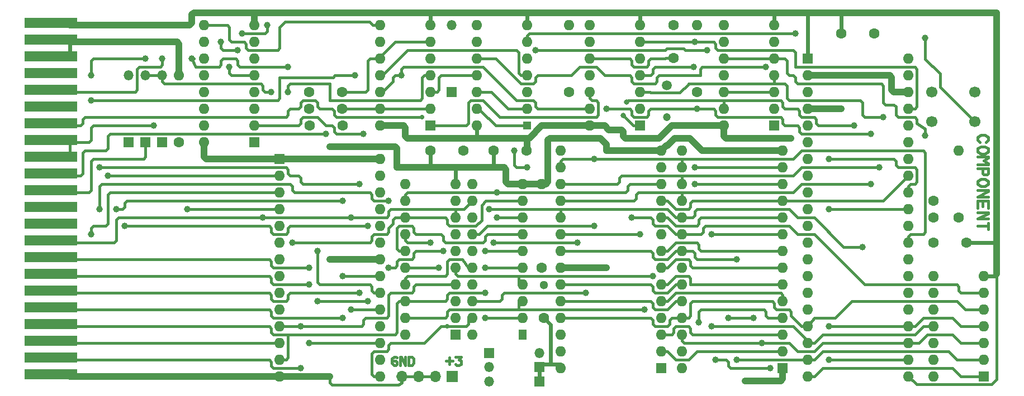
<source format=gbr>
G04 #@! TF.GenerationSoftware,KiCad,Pcbnew,5.1.4+dfsg1-1*
G04 #@! TF.CreationDate,2020-01-26T20:04:24+01:00*
G04 #@! TF.ProjectId,finalchesscard_lvr_draft1,66696e61-6c63-4686-9573-73636172645f,1.1.K1*
G04 #@! TF.SameCoordinates,Original*
G04 #@! TF.FileFunction,Copper,L1,Top*
G04 #@! TF.FilePolarity,Positive*
%FSLAX46Y46*%
G04 Gerber Fmt 4.6, Leading zero omitted, Abs format (unit mm)*
G04 Created by KiCad (PCBNEW 5.1.4+dfsg1-1) date 2020-01-26 20:04:24*
%MOMM*%
%LPD*%
G04 APERTURE LIST*
%ADD10O,1.600000X1.600000*%
%ADD11R,1.600000X1.600000*%
%ADD12C,1.600000*%
%ADD13R,8.000000X1.500000*%
%ADD14R,1.200000X1.200000*%
%ADD15R,1.300000X1.600000*%
%ADD16C,1.200000*%
%ADD17C,1.500000*%
%ADD18R,1.700000X1.700000*%
%ADD19O,1.700000X1.700000*%
%ADD20C,1.300000*%
%ADD21R,1.500000X1.500000*%
%ADD22O,1.500000X1.500000*%
%ADD23C,1.700000*%
%ADD24C,1.000000*%
%ADD25C,0.700000*%
%ADD26C,0.800000*%
%ADD27C,0.400000*%
%ADD28C,1.000000*%
%ADD29C,0.630000*%
G04 APERTURE END LIST*
D10*
X179578000Y-124460000D03*
X164338000Y-157480000D03*
X179578000Y-127000000D03*
X164338000Y-154940000D03*
X179578000Y-129540000D03*
X164338000Y-152400000D03*
X179578000Y-132080000D03*
X164338000Y-149860000D03*
X179578000Y-134620000D03*
X164338000Y-147320000D03*
X179578000Y-137160000D03*
X164338000Y-144780000D03*
X179578000Y-139700000D03*
X164338000Y-142240000D03*
X179578000Y-142240000D03*
X164338000Y-139700000D03*
X179578000Y-144780000D03*
X164338000Y-137160000D03*
X179578000Y-147320000D03*
X164338000Y-134620000D03*
X179578000Y-149860000D03*
X164338000Y-132080000D03*
X179578000Y-152400000D03*
X164338000Y-129540000D03*
X179578000Y-154940000D03*
X164338000Y-127000000D03*
X179578000Y-157480000D03*
D11*
X164338000Y-124460000D03*
D12*
X204025500Y-140970000D03*
D10*
X204025500Y-128270000D03*
D13*
X129668000Y-157160000D03*
X129668000Y-154620000D03*
X129668000Y-152080000D03*
X129668000Y-149540000D03*
X129668000Y-147000000D03*
X129668000Y-144460000D03*
X129668000Y-141920000D03*
X129668000Y-139380000D03*
X129668000Y-136840000D03*
X129668000Y-134300000D03*
X129668000Y-131760000D03*
X129668000Y-129220000D03*
X129668000Y-126680000D03*
X129668000Y-124140000D03*
X129668000Y-121600000D03*
X129668000Y-119060000D03*
X129668000Y-116520000D03*
X129668000Y-113980000D03*
X129668000Y-111440000D03*
X129668000Y-108900000D03*
X129668000Y-106360000D03*
X129668000Y-103820000D03*
D10*
X152908000Y-121920000D03*
X160528000Y-104140000D03*
X152908000Y-119380000D03*
X160528000Y-106680000D03*
X152908000Y-116840000D03*
X160528000Y-109220000D03*
X152908000Y-114300000D03*
X160528000Y-111760000D03*
X152908000Y-111760000D03*
X160528000Y-114300000D03*
X152908000Y-109220000D03*
X160528000Y-116840000D03*
X152908000Y-106680000D03*
X160528000Y-119380000D03*
X152908000Y-104140000D03*
D11*
X160528000Y-121920000D03*
X187198000Y-119380000D03*
D10*
X179578000Y-104140000D03*
X187198000Y-116840000D03*
X179578000Y-106680000D03*
X187198000Y-114300000D03*
X179578000Y-109220000D03*
X187198000Y-111760000D03*
X179578000Y-111760000D03*
X187198000Y-109220000D03*
X179578000Y-114300000D03*
X187198000Y-106680000D03*
X179578000Y-116840000D03*
X187198000Y-104140000D03*
X179578000Y-119380000D03*
D11*
X191008000Y-151130000D03*
D10*
X183388000Y-128270000D03*
X191008000Y-148590000D03*
X183388000Y-130810000D03*
X191008000Y-146050000D03*
X183388000Y-133350000D03*
X191008000Y-143510000D03*
X183388000Y-135890000D03*
X191008000Y-140970000D03*
X183388000Y-138430000D03*
X191008000Y-138430000D03*
X183388000Y-140970000D03*
X191008000Y-135890000D03*
X183388000Y-143510000D03*
X191008000Y-133350000D03*
X183388000Y-146050000D03*
X191008000Y-130810000D03*
X183388000Y-148590000D03*
X191008000Y-128270000D03*
X183388000Y-151130000D03*
X194183000Y-119380000D03*
X201803000Y-104140000D03*
X194183000Y-116840000D03*
X201803000Y-106680000D03*
X194183000Y-114300000D03*
X201803000Y-109220000D03*
X194183000Y-111760000D03*
X201803000Y-111760000D03*
X194183000Y-109220000D03*
X201803000Y-114300000D03*
X194183000Y-106680000D03*
X201803000Y-116840000D03*
X194183000Y-104140000D03*
D14*
X201803000Y-119380000D03*
D10*
X193548000Y-151130000D03*
X201168000Y-128270000D03*
X193548000Y-148590000D03*
X201168000Y-130810000D03*
X193548000Y-146050000D03*
X201168000Y-133350000D03*
X193548000Y-143510000D03*
X201168000Y-135890000D03*
X193548000Y-140970000D03*
X201168000Y-138430000D03*
X193548000Y-138430000D03*
X201168000Y-140970000D03*
X193548000Y-135890000D03*
X201168000Y-143510000D03*
X193548000Y-133350000D03*
X201168000Y-146050000D03*
X193548000Y-130810000D03*
X201168000Y-148590000D03*
X193548000Y-128270000D03*
D15*
X201168000Y-151130000D03*
D10*
X211328000Y-119380000D03*
X218948000Y-104140000D03*
X211328000Y-116840000D03*
X218948000Y-106680000D03*
X211328000Y-114300000D03*
X218948000Y-109220000D03*
X211328000Y-111760000D03*
X218948000Y-111760000D03*
X211328000Y-109220000D03*
X218948000Y-114300000D03*
X211328000Y-106680000D03*
X218948000Y-116840000D03*
X211328000Y-104140000D03*
D11*
X218948000Y-119380000D03*
X239268000Y-119380000D03*
D10*
X231648000Y-104140000D03*
X239268000Y-116840000D03*
X231648000Y-106680000D03*
X239268000Y-114300000D03*
X231648000Y-109220000D03*
X239268000Y-111760000D03*
X231648000Y-111760000D03*
X239268000Y-109220000D03*
X231648000Y-114300000D03*
X239268000Y-106680000D03*
X231648000Y-116840000D03*
X239268000Y-104140000D03*
X231648000Y-119380000D03*
D11*
X244348000Y-109220000D03*
D10*
X259588000Y-157480000D03*
X244348000Y-111760000D03*
X259588000Y-154940000D03*
X244348000Y-114300000D03*
X259588000Y-152400000D03*
X244348000Y-116840000D03*
X259588000Y-149860000D03*
X244348000Y-119380000D03*
X259588000Y-147320000D03*
X244348000Y-121920000D03*
X259588000Y-144780000D03*
X244348000Y-124460000D03*
X259588000Y-142240000D03*
X244348000Y-127000000D03*
X259588000Y-139700000D03*
X244348000Y-129540000D03*
X259588000Y-137160000D03*
X244348000Y-132080000D03*
X259588000Y-134620000D03*
X244348000Y-134620000D03*
X259588000Y-132080000D03*
X244348000Y-137160000D03*
X259588000Y-129540000D03*
X244348000Y-139700000D03*
X259588000Y-127000000D03*
X244348000Y-142240000D03*
X259588000Y-124460000D03*
X244348000Y-144780000D03*
X259588000Y-121920000D03*
X244348000Y-147320000D03*
X259588000Y-119380000D03*
X244348000Y-149860000D03*
X259588000Y-116840000D03*
X244348000Y-152400000D03*
X259588000Y-114300000D03*
X244348000Y-154940000D03*
X259588000Y-111760000D03*
X244348000Y-157480000D03*
X259588000Y-109220000D03*
D12*
X149098000Y-121920000D03*
D10*
X149098000Y-111760000D03*
D12*
X267208000Y-133350000D03*
D10*
X267208000Y-123190000D03*
D12*
X208153000Y-114300000D03*
D10*
X208153000Y-104140000D03*
D12*
X227584000Y-114300000D03*
D10*
X227584000Y-104140000D03*
D16*
X223012000Y-118110000D03*
D17*
X223012000Y-113230000D03*
D11*
X222123000Y-156210000D03*
D10*
X206883000Y-123190000D03*
X222123000Y-153670000D03*
X206883000Y-125730000D03*
X222123000Y-151130000D03*
X206883000Y-128270000D03*
X222123000Y-148590000D03*
X206883000Y-130810000D03*
X222123000Y-146050000D03*
X206883000Y-133350000D03*
X222123000Y-143510000D03*
X206883000Y-135890000D03*
X222123000Y-140970000D03*
X206883000Y-138430000D03*
X222123000Y-138430000D03*
X206883000Y-140970000D03*
X222123000Y-135890000D03*
X206883000Y-143510000D03*
X222123000Y-133350000D03*
X206883000Y-146050000D03*
X222123000Y-130810000D03*
X206883000Y-148590000D03*
X222123000Y-128270000D03*
X206883000Y-151130000D03*
X222123000Y-125730000D03*
X206883000Y-153670000D03*
X222123000Y-123190000D03*
X206883000Y-156210000D03*
D11*
X271018000Y-157480000D03*
D10*
X263398000Y-142240000D03*
X271018000Y-154940000D03*
X263398000Y-144780000D03*
X271018000Y-152400000D03*
X263398000Y-147320000D03*
X271018000Y-149860000D03*
X263398000Y-149860000D03*
X271018000Y-147320000D03*
X263398000Y-152400000D03*
X271018000Y-144780000D03*
X263398000Y-154940000D03*
X271018000Y-142240000D03*
X263398000Y-157480000D03*
D18*
X190500000Y-157480000D03*
D19*
X187960000Y-157480000D03*
X185420000Y-157480000D03*
X182880000Y-157480000D03*
D12*
X224028000Y-104140000D03*
X224028000Y-109140000D03*
D11*
X240538000Y-156210000D03*
D10*
X225298000Y-123190000D03*
X240538000Y-153670000D03*
X225298000Y-125730000D03*
X240538000Y-151130000D03*
X225298000Y-128270000D03*
X240538000Y-148590000D03*
X225298000Y-130810000D03*
X240538000Y-146050000D03*
X225298000Y-133350000D03*
X240538000Y-143510000D03*
X225298000Y-135890000D03*
X240538000Y-140970000D03*
X225298000Y-138430000D03*
X240538000Y-138430000D03*
X225298000Y-140970000D03*
X240538000Y-135890000D03*
X225298000Y-143510000D03*
X240538000Y-133350000D03*
X225298000Y-146050000D03*
X240538000Y-130810000D03*
X225298000Y-148590000D03*
X240538000Y-128270000D03*
X225298000Y-151130000D03*
X240538000Y-125730000D03*
X225298000Y-153670000D03*
X240538000Y-123190000D03*
X225298000Y-156210000D03*
D12*
X263398000Y-130810000D03*
X263398000Y-133310000D03*
X204343000Y-148590000D03*
D20*
X204343000Y-143590000D03*
D21*
X203708000Y-158242000D03*
D22*
X196088000Y-158242000D03*
X196088000Y-156019500D03*
D21*
X203708000Y-156019500D03*
X196088000Y-153924000D03*
D22*
X203708000Y-153924000D03*
X141478000Y-111760000D03*
D21*
X141478000Y-121920000D03*
X144018000Y-121920000D03*
D22*
X144018000Y-111760000D03*
X146558000Y-111760000D03*
D21*
X146558000Y-121920000D03*
X190373000Y-114300000D03*
D22*
X190373000Y-104140000D03*
D12*
X168910000Y-119380000D03*
X173910000Y-119380000D03*
X201723000Y-123190000D03*
X196723000Y-123190000D03*
X254428000Y-105410000D03*
X249428000Y-105410000D03*
X268398000Y-137160000D03*
X263398000Y-137160000D03*
X168783000Y-114300000D03*
X173783000Y-114300000D03*
X173783000Y-116840000D03*
X168783000Y-116840000D03*
X187198000Y-123190000D03*
X192198000Y-123190000D03*
D23*
X269644000Y-118800000D03*
X263144000Y-118800000D03*
X269644000Y-114300000D03*
X263144000Y-114300000D03*
D24*
X135763000Y-104140000D03*
X171958000Y-122555000D03*
X171958000Y-139700000D03*
X171958000Y-157480000D03*
X213868000Y-123190000D03*
X213868000Y-140970000D03*
X135763000Y-157480000D03*
X150368000Y-132080000D03*
X135763000Y-135890000D03*
X140843000Y-134620000D03*
X177673000Y-134620000D03*
X137033000Y-132080000D03*
X180848000Y-130810000D03*
X139573000Y-132080000D03*
X173863000Y-130810000D03*
X173863000Y-142240000D03*
X137033000Y-125730000D03*
X176403000Y-128270000D03*
X138303000Y-127000000D03*
X135763000Y-115570000D03*
X175768000Y-111760000D03*
X167513000Y-149860000D03*
X167513000Y-156210000D03*
X195453000Y-140970000D03*
X166243000Y-137160000D03*
X195453000Y-148590000D03*
X195453000Y-144780000D03*
X173863000Y-148590000D03*
D25*
X189738000Y-149860000D03*
D24*
X176403000Y-144780000D03*
X180848000Y-140970000D03*
X189103000Y-138430000D03*
X168783000Y-143510000D03*
X168783000Y-152400000D03*
X168783000Y-140970000D03*
X177673000Y-146050000D03*
X170053000Y-146050000D03*
X187198000Y-137160000D03*
X195453000Y-138430000D03*
X161798000Y-133350000D03*
X175133000Y-133350000D03*
X175133000Y-147320000D03*
X171323000Y-120650000D03*
X156718000Y-110490000D03*
X145288000Y-119380000D03*
D25*
X185928000Y-118110000D03*
D24*
X146558000Y-109220000D03*
X182753000Y-111760000D03*
X151003000Y-109220000D03*
X165608000Y-110490000D03*
X234823000Y-158115000D03*
X173863000Y-124460000D03*
X185293000Y-121285000D03*
X234823000Y-121285000D03*
X254508000Y-111760000D03*
X249428000Y-116840000D03*
X241808000Y-121285000D03*
X155448000Y-106680000D03*
X157988000Y-107950000D03*
X177038000Y-120650000D03*
X165608000Y-114300000D03*
X199898000Y-123190000D03*
X201803000Y-125730000D03*
X203073000Y-107950000D03*
X229108000Y-107950000D03*
X210693000Y-144780000D03*
X213868000Y-116840000D03*
X253873000Y-120650000D03*
X227584000Y-116840000D03*
X247523000Y-124460000D03*
X227203000Y-128270000D03*
X197231000Y-129540000D03*
X197231000Y-133350000D03*
X220853000Y-142240000D03*
X253873000Y-128270000D03*
X211963000Y-124460000D03*
X211963000Y-134620000D03*
X188468000Y-140970000D03*
X209423000Y-137160000D03*
X255143000Y-125730000D03*
X196723000Y-137160000D03*
X252603000Y-137795000D03*
X196088000Y-132080000D03*
X247523000Y-132080000D03*
X227203000Y-125730000D03*
X219583000Y-147320000D03*
X242443000Y-105410000D03*
X237998000Y-110490000D03*
X227203000Y-106680000D03*
X227076000Y-110490000D03*
X255778000Y-118110000D03*
X217678000Y-133350000D03*
X251333000Y-119380000D03*
D26*
X216916000Y-115824000D03*
X216408000Y-117856000D03*
D24*
X247523000Y-149860000D03*
X230378000Y-154940000D03*
X238633000Y-156210000D03*
X247523000Y-154940000D03*
X227838000Y-149225000D03*
X218948000Y-135890000D03*
X233553000Y-154940000D03*
X233553000Y-139700000D03*
X229743000Y-135890000D03*
X236093000Y-148590000D03*
X232283000Y-148590000D03*
X229743000Y-149860000D03*
X237363000Y-152400000D03*
X262128000Y-120904000D03*
X262128000Y-106045000D03*
X144018000Y-109220000D03*
X135763000Y-111760000D03*
X158623000Y-105410000D03*
X162433000Y-104140000D03*
X170053000Y-138430000D03*
X163068000Y-114300000D03*
D27*
X270065500Y-132556200D02*
X271653000Y-132556200D01*
X271653000Y-132556200D02*
X271653000Y-132715000D01*
X271653000Y-132715000D02*
X270065500Y-133508800D01*
X270065500Y-133508800D02*
X271653000Y-133508800D01*
X182118000Y-154622500D02*
X181959200Y-154463800D01*
X181959200Y-154463800D02*
X181641800Y-154463800D01*
X181641800Y-154463800D02*
X181324200Y-154781200D01*
X181324200Y-154781200D02*
X181324200Y-155416200D01*
X181324200Y-155416200D02*
X181641800Y-155733800D01*
X181641800Y-155733800D02*
X181959200Y-155733800D01*
X181959200Y-155733800D02*
X182118000Y-155575000D01*
X182118000Y-155575000D02*
X182118000Y-155257500D01*
X182118000Y-155257500D02*
X181959200Y-155098800D01*
X181959200Y-155098800D02*
X181641800Y-155098800D01*
X182594200Y-155733800D02*
X182594200Y-154463800D01*
X182594200Y-154463800D02*
X182753000Y-154463800D01*
X182753000Y-154463800D02*
X183388000Y-155733800D01*
X183388000Y-155733800D02*
X183388000Y-154463800D01*
X183864200Y-154463800D02*
X183864200Y-155733800D01*
X183864200Y-155733800D02*
X184340500Y-155733800D01*
X184340500Y-155733800D02*
X184658000Y-155416200D01*
X184658000Y-155416200D02*
X184658000Y-154781200D01*
X184658000Y-154781200D02*
X184340500Y-154463800D01*
X184340500Y-154463800D02*
X183864200Y-154463800D01*
X189579200Y-155098800D02*
X190531800Y-155098800D01*
X190055500Y-154622500D02*
X190055500Y-155575000D01*
X191008000Y-154463800D02*
X191801800Y-154463800D01*
X191801800Y-154463800D02*
X191484200Y-154940000D01*
X191484200Y-154940000D02*
X191801800Y-155098800D01*
X191801800Y-155098800D02*
X191801800Y-155575000D01*
X191801800Y-155575000D02*
X191484200Y-155733800D01*
X191484200Y-155733800D02*
X191166800Y-155733800D01*
X191166800Y-155733800D02*
X191008000Y-155575000D01*
X270383000Y-121920000D02*
X270065500Y-121602500D01*
X270065500Y-121602500D02*
X270065500Y-121126200D01*
X270065500Y-121126200D02*
X270541800Y-120808800D01*
X270541800Y-120808800D02*
X271176800Y-120808800D01*
X271176800Y-120808800D02*
X271653000Y-121126200D01*
X271653000Y-121126200D02*
X271653000Y-121602500D01*
X271653000Y-121602500D02*
X271335500Y-121920000D01*
X270065500Y-124142500D02*
X271653000Y-124142500D01*
X271653000Y-124142500D02*
X271653000Y-124301200D01*
X271653000Y-124301200D02*
X271005200Y-124670000D01*
X271005200Y-124670000D02*
X271653000Y-125095000D01*
X271653000Y-125095000D02*
X271653000Y-125253800D01*
X271653000Y-125253800D02*
X270065500Y-125253800D01*
X270541800Y-122555000D02*
X271176800Y-122555000D01*
X271176800Y-122555000D02*
X271653000Y-122872500D01*
X271653000Y-122872500D02*
X271653000Y-123348800D01*
X271653000Y-123348800D02*
X271176800Y-123666200D01*
X271176800Y-123666200D02*
X270541800Y-123666200D01*
X270541800Y-123666200D02*
X270065500Y-123348800D01*
X270065500Y-123348800D02*
X270065500Y-122872500D01*
X270065500Y-122872500D02*
X270541800Y-122555000D01*
X270065500Y-125888800D02*
X271653000Y-125888800D01*
X271653000Y-125888800D02*
X271653000Y-126682500D01*
X271653000Y-126682500D02*
X271494200Y-126841200D01*
X271494200Y-126841200D02*
X271018000Y-126841200D01*
X271018000Y-126841200D02*
X270859200Y-126682500D01*
X270859200Y-126682500D02*
X270859200Y-126047500D01*
X270541800Y-127476200D02*
X271176800Y-127476200D01*
X271176800Y-127476200D02*
X271653000Y-127793800D01*
X271653000Y-127793800D02*
X271653000Y-128270000D01*
X271653000Y-128270000D02*
X271176800Y-128587500D01*
X271176800Y-128587500D02*
X270541800Y-128587500D01*
X270541800Y-128587500D02*
X270065500Y-128270000D01*
X270065500Y-128270000D02*
X270065500Y-127793800D01*
X270065500Y-127793800D02*
X270541800Y-127476200D01*
X270065500Y-129222500D02*
X271653000Y-129222500D01*
X271653000Y-129222500D02*
X271653000Y-129381200D01*
X271653000Y-129381200D02*
X270065500Y-130175000D01*
X270065500Y-130175000D02*
X271653000Y-130175000D01*
X270065500Y-131921200D02*
X270065500Y-130810000D01*
X270065500Y-130810000D02*
X270859200Y-130810000D01*
X270859200Y-130810000D02*
X270859200Y-131603800D01*
X270859200Y-131603800D02*
X270859200Y-130810000D01*
X270859200Y-130810000D02*
X271653000Y-130810000D01*
X271653000Y-130810000D02*
X271653000Y-131921200D01*
X271653000Y-135096200D02*
X271653000Y-134143800D01*
X271653000Y-134143800D02*
X271653000Y-134620000D01*
X271653000Y-134620000D02*
X270065500Y-134620000D01*
D28*
X132588000Y-104140000D02*
X150685500Y-104140000D01*
X151320500Y-102235000D02*
X160528000Y-102235000D01*
X151003000Y-102552500D02*
X151320500Y-102235000D01*
X151003000Y-103822500D02*
X151003000Y-102552500D01*
X150685500Y-104140000D02*
X151003000Y-103822500D01*
X160528000Y-102235000D02*
X160528000Y-104140000D01*
X160528000Y-102235000D02*
X187198000Y-102235000D01*
D29*
X187198000Y-102235000D02*
X187198000Y-104140000D01*
D28*
X187198000Y-102235000D02*
X201803000Y-102235000D01*
D29*
X201803000Y-102235000D02*
X201803000Y-104140000D01*
D28*
X201803000Y-102235000D02*
X218948000Y-102235000D01*
D29*
X218948000Y-102235000D02*
X218948000Y-104140000D01*
D28*
X218948000Y-102235000D02*
X231648000Y-102235000D01*
X231648000Y-102235000D02*
X239268000Y-102235000D01*
D29*
X239268000Y-102235000D02*
X239268000Y-104140000D01*
D28*
X239268000Y-102235000D02*
X244348000Y-102235000D01*
D29*
X244348000Y-102235000D02*
X244348000Y-109220000D01*
D28*
X244348000Y-102235000D02*
X249428000Y-102235000D01*
D29*
X249428000Y-102235000D02*
X249428000Y-105410000D01*
D28*
X249428000Y-102235000D02*
X272923000Y-102235000D01*
X272923000Y-102235000D02*
X272923000Y-137160000D01*
D29*
X272923000Y-137160000D02*
X268478000Y-137160000D01*
D28*
X272923000Y-137160000D02*
X272923000Y-141922500D01*
D29*
X272923000Y-141922500D02*
X272605500Y-142240000D01*
X272605500Y-142240000D02*
X271018000Y-142240000D01*
D28*
X171958000Y-122555000D02*
X181800500Y-122555000D01*
X181800500Y-122555000D02*
X182118000Y-122872500D01*
X182118000Y-122872500D02*
X182118000Y-125730000D01*
D29*
X191008000Y-125730000D02*
X191008000Y-128270000D01*
D28*
X191008000Y-125730000D02*
X198310500Y-125730000D01*
X198310500Y-125730000D02*
X198628000Y-126047500D01*
X198628000Y-126047500D02*
X198628000Y-127952500D01*
X198628000Y-127952500D02*
X198945500Y-128270000D01*
X198945500Y-128270000D02*
X204660500Y-128270000D01*
X204660500Y-128270000D02*
X204978000Y-127952500D01*
X204978000Y-127952500D02*
X204978000Y-121602500D01*
X204978000Y-121602500D02*
X205295500Y-121285000D01*
X205295500Y-121285000D02*
X212915500Y-121285000D01*
X212915500Y-121285000D02*
X213868000Y-122237500D01*
X213868000Y-122237500D02*
X213868000Y-123190000D01*
X213868000Y-123190000D02*
X222123000Y-123190000D01*
X206883000Y-140970000D02*
X213868000Y-140970000D01*
D29*
X196723000Y-125730000D02*
X196723000Y-123190000D01*
D27*
X201803000Y-116840000D02*
X198945500Y-116840000D01*
X198945500Y-116840000D02*
X196405500Y-114300000D01*
X196405500Y-114300000D02*
X194183000Y-114300000D01*
D28*
X179578000Y-139700000D02*
X171958000Y-139700000D01*
X132588000Y-157480000D02*
X171958000Y-157480000D01*
D29*
X187198000Y-123190000D02*
X187198000Y-125730000D01*
D28*
X182118000Y-125730000D02*
X187198000Y-125730000D01*
X187198000Y-125730000D02*
X191008000Y-125730000D01*
D27*
X172275500Y-158750000D02*
X171958000Y-158432500D01*
X171958000Y-158432500D02*
X171958000Y-157480000D01*
X182372000Y-158750000D02*
X172275500Y-158750000D01*
X182880000Y-157480000D02*
X182880000Y-158432500D01*
X182880000Y-158432500D02*
X182372000Y-158750000D01*
X187960000Y-157480000D02*
X182880000Y-157480000D01*
D28*
X239406630Y-123190000D02*
X240538000Y-123190000D01*
X228346000Y-123190000D02*
X239406630Y-123190000D01*
X222922999Y-122390001D02*
X223049999Y-122390001D01*
X223049999Y-122390001D02*
X224155000Y-121285000D01*
X222123000Y-123190000D02*
X222922999Y-122390001D01*
X224155000Y-121285000D02*
X226441000Y-121285000D01*
X226441000Y-121285000D02*
X228346000Y-123190000D01*
D27*
X272923000Y-157895002D02*
X272923000Y-141922500D01*
X272138001Y-158680001D02*
X272923000Y-157895002D01*
X260788001Y-158680001D02*
X272138001Y-158680001D01*
X259588000Y-157480000D02*
X260788001Y-158680001D01*
X164338000Y-132080000D02*
X150368000Y-132080000D01*
X164338000Y-129540000D02*
X138620500Y-129540000D01*
X138620500Y-129540000D02*
X138303000Y-129857500D01*
X138303000Y-129857500D02*
X138303000Y-134302500D01*
X138303000Y-134302500D02*
X137985500Y-134620000D01*
X137985500Y-134620000D02*
X136080500Y-134620000D01*
X136080500Y-134620000D02*
X135763000Y-134937500D01*
X135763000Y-134937500D02*
X135763000Y-135890000D01*
X177673000Y-134620000D02*
X165925500Y-134620000D01*
X165925500Y-134620000D02*
X165608000Y-134937500D01*
X165608000Y-134937500D02*
X165608000Y-135572500D01*
X165608000Y-135572500D02*
X165290500Y-135890000D01*
X165290500Y-135890000D02*
X163385500Y-135890000D01*
X163385500Y-135890000D02*
X163068000Y-135572500D01*
X163068000Y-135572500D02*
X163068000Y-134937500D01*
X163068000Y-134937500D02*
X162750500Y-134620000D01*
X162750500Y-134620000D02*
X140843000Y-134620000D01*
X137033000Y-132080000D02*
X137033000Y-128587500D01*
X137033000Y-128587500D02*
X137350500Y-128270000D01*
X137350500Y-128270000D02*
X165925500Y-128270000D01*
X165925500Y-128270000D02*
X166243000Y-128587500D01*
X166243000Y-128587500D02*
X166243000Y-129222500D01*
X166243000Y-129222500D02*
X166560500Y-129540000D01*
X166560500Y-129540000D02*
X177990500Y-129540000D01*
X177990500Y-129540000D02*
X178308000Y-129857500D01*
X178308000Y-129857500D02*
X178308000Y-130492500D01*
X178308000Y-130492500D02*
X178625500Y-130810000D01*
X178625500Y-130810000D02*
X180848000Y-130810000D01*
X139573000Y-132080000D02*
X140525500Y-132080000D01*
X140525500Y-132080000D02*
X140843000Y-131762500D01*
X140843000Y-131762500D02*
X140843000Y-131127500D01*
X140843000Y-131127500D02*
X141160500Y-130810000D01*
X141160500Y-130810000D02*
X173863000Y-130810000D01*
X179578000Y-142240000D02*
X173863000Y-142240000D01*
X176403000Y-128270000D02*
X167830500Y-128270000D01*
X167830500Y-128270000D02*
X167513000Y-127952500D01*
X167513000Y-127952500D02*
X167513000Y-127317500D01*
X167513000Y-127317500D02*
X167195500Y-127000000D01*
X167195500Y-127000000D02*
X165925500Y-127000000D01*
X165925500Y-127000000D02*
X165608000Y-126682500D01*
X165608000Y-126682500D02*
X165608000Y-126047500D01*
X165608000Y-126047500D02*
X165290500Y-125730000D01*
X165290500Y-125730000D02*
X137033000Y-125730000D01*
X164338000Y-127000000D02*
X138303000Y-127000000D01*
X164338000Y-115252500D02*
X164020500Y-115570000D01*
X164338000Y-112077500D02*
X164338000Y-115252500D01*
X164020500Y-115570000D02*
X135763000Y-115570000D01*
X175768000Y-111760000D02*
X172720000Y-111760000D01*
X172402500Y-112077500D02*
X172720000Y-111760000D01*
X164338000Y-112077500D02*
X172402500Y-112077500D01*
X200533000Y-140970000D02*
X195453000Y-140970000D01*
X164338000Y-149860000D02*
X176720500Y-149860000D01*
X176720500Y-149860000D02*
X177038000Y-149542500D01*
X177038000Y-149542500D02*
X177038000Y-148907500D01*
X177038000Y-148907500D02*
X177355500Y-148590000D01*
X177355500Y-148590000D02*
X180530500Y-148590000D01*
X180530500Y-148590000D02*
X180848000Y-148272500D01*
X180848000Y-148272500D02*
X180848000Y-145097500D01*
X180848000Y-145097500D02*
X181165500Y-144780000D01*
X181165500Y-144780000D02*
X184340500Y-144780000D01*
X184340500Y-144780000D02*
X184658000Y-144462500D01*
X184658000Y-144462500D02*
X184658000Y-143827500D01*
X184658000Y-143827500D02*
X184975500Y-143510000D01*
X184975500Y-143510000D02*
X191008000Y-143510000D01*
X167513000Y-156210000D02*
X163385500Y-156210000D01*
X163385500Y-156210000D02*
X163068000Y-155892500D01*
X163068000Y-155892500D02*
X163068000Y-155257500D01*
X163068000Y-155257500D02*
X162750500Y-154940000D01*
X162750500Y-154940000D02*
X132588000Y-154940000D01*
X166243000Y-137160000D02*
X177990500Y-137160000D01*
X177990500Y-137160000D02*
X178308000Y-136842500D01*
X178308000Y-136842500D02*
X178308000Y-136207500D01*
X178308000Y-136207500D02*
X178625500Y-135890000D01*
X178625500Y-135890000D02*
X180530500Y-135890000D01*
X180530500Y-135890000D02*
X180848000Y-135572500D01*
X180848000Y-135572500D02*
X180848000Y-134937500D01*
X180848000Y-134937500D02*
X181483000Y-134302500D01*
X181483000Y-134302500D02*
X181483000Y-133667500D01*
X181483000Y-133667500D02*
X181800500Y-133350000D01*
X181800500Y-133350000D02*
X189420500Y-133350000D01*
X189420500Y-133350000D02*
X189738000Y-133667500D01*
X189738000Y-133667500D02*
X189738000Y-134302500D01*
X189738000Y-134302500D02*
X190055500Y-134620000D01*
X132588000Y-152400000D02*
X164338000Y-152400000D01*
X194054002Y-134620000D02*
X194945000Y-133729002D01*
X190055500Y-134620000D02*
X194054002Y-134620000D01*
X194945000Y-133729002D02*
X194945000Y-131445000D01*
X195580000Y-130810000D02*
X201168000Y-130810000D01*
X194945000Y-131445000D02*
X195580000Y-130810000D01*
X195453000Y-144780000D02*
X190055500Y-144780000D01*
X190055500Y-144780000D02*
X189738000Y-145097500D01*
X189738000Y-145097500D02*
X189738000Y-145732500D01*
X189738000Y-145732500D02*
X189420500Y-146050000D01*
X189420500Y-146050000D02*
X183388000Y-146050000D01*
X183388000Y-146050000D02*
X182435500Y-146050000D01*
X182435500Y-146050000D02*
X182118000Y-146367500D01*
X182118000Y-146367500D02*
X182118000Y-150812500D01*
X182118000Y-150812500D02*
X181800500Y-151130000D01*
X181800500Y-151130000D02*
X163385500Y-151130000D01*
X163385500Y-151130000D02*
X163068000Y-150812500D01*
X163068000Y-150812500D02*
X163068000Y-150177500D01*
X163068000Y-150177500D02*
X162750500Y-149860000D01*
X162750500Y-149860000D02*
X132588000Y-149860000D01*
X164338000Y-154940000D02*
X165290500Y-154940000D01*
X165290500Y-154940000D02*
X165608000Y-154622500D01*
X165608000Y-154622500D02*
X165608000Y-151130000D01*
X200533000Y-148590000D02*
X195453000Y-148590000D01*
X132588000Y-147320000D02*
X162750500Y-147320000D01*
X162750500Y-147320000D02*
X163068000Y-147637500D01*
X163068000Y-147637500D02*
X163068000Y-148272500D01*
X163068000Y-148272500D02*
X163385500Y-148590000D01*
X163385500Y-148590000D02*
X173863000Y-148590000D01*
X179578000Y-157480000D02*
X178625500Y-157480000D01*
X178625500Y-157480000D02*
X178308000Y-157162500D01*
X178308000Y-157162500D02*
X178308000Y-153987500D01*
X178308000Y-153987500D02*
X178625500Y-153670000D01*
X178625500Y-153670000D02*
X180530500Y-153670000D01*
X180530500Y-153670000D02*
X180848000Y-153352500D01*
X180848000Y-153352500D02*
X180848000Y-152717500D01*
X180848000Y-152717500D02*
X181165500Y-152400000D01*
X181165500Y-152400000D02*
X186245500Y-152400000D01*
X186245500Y-152400000D02*
X188785500Y-149860000D01*
X188785500Y-149860000D02*
X192595500Y-149860000D01*
X192595500Y-149860000D02*
X192913000Y-149542500D01*
X192913000Y-149542500D02*
X192913000Y-148590000D01*
X189103000Y-138430000D02*
X184975500Y-138430000D01*
X184975500Y-138430000D02*
X184658000Y-138747500D01*
X184658000Y-138747500D02*
X184658000Y-139382500D01*
X184658000Y-139382500D02*
X184340500Y-139700000D01*
X184340500Y-139700000D02*
X182435500Y-139700000D01*
X182435500Y-139700000D02*
X182118000Y-140017500D01*
X182118000Y-140017500D02*
X182118000Y-140652500D01*
X182118000Y-140652500D02*
X181800500Y-140970000D01*
X181800500Y-140970000D02*
X180848000Y-140970000D01*
X176403000Y-144780000D02*
X165925500Y-144780000D01*
X165925500Y-144780000D02*
X165608000Y-145097500D01*
X165608000Y-145097500D02*
X165608000Y-145732500D01*
X165608000Y-145732500D02*
X165290500Y-146050000D01*
X165290500Y-146050000D02*
X163385500Y-146050000D01*
X163385500Y-146050000D02*
X163068000Y-145732500D01*
X163068000Y-145732500D02*
X163068000Y-145097500D01*
X163068000Y-145097500D02*
X162750500Y-144780000D01*
X162750500Y-144780000D02*
X132588000Y-144780000D01*
X192913000Y-140970000D02*
X191960500Y-139700000D01*
X191960500Y-139700000D02*
X190055500Y-139700000D01*
X190055500Y-139700000D02*
X189738000Y-140017500D01*
X189738000Y-140017500D02*
X189738000Y-141922500D01*
X189738000Y-141922500D02*
X189420500Y-142240000D01*
X189420500Y-142240000D02*
X183705500Y-142240000D01*
X183705500Y-142240000D02*
X183388000Y-142557500D01*
X183388000Y-142557500D02*
X183388000Y-143510000D01*
X132588000Y-142240000D02*
X162750500Y-142240000D01*
X162750500Y-142240000D02*
X163068000Y-142557500D01*
X163068000Y-142557500D02*
X163068000Y-143192500D01*
X163068000Y-143192500D02*
X163385500Y-143510000D01*
X163385500Y-143510000D02*
X168783000Y-143510000D01*
X168783000Y-152400000D02*
X179578000Y-152400000D01*
X187198000Y-137160000D02*
X183705500Y-137160000D01*
X183705500Y-137160000D02*
X183388000Y-136842500D01*
X183388000Y-136842500D02*
X183388000Y-135890000D01*
X168783000Y-140970000D02*
X163385500Y-140970000D01*
X163385500Y-140970000D02*
X163068000Y-140652500D01*
X163068000Y-140652500D02*
X163068000Y-140017500D01*
X163068000Y-140017500D02*
X162750500Y-139700000D01*
X162750500Y-139700000D02*
X132588000Y-139700000D01*
X177673000Y-146050000D02*
X170053000Y-146050000D01*
X200533000Y-138430000D02*
X195453000Y-138430000D01*
X179578000Y-147320000D02*
X175133000Y-147320000D01*
X191008000Y-132080000D02*
X191008000Y-133350000D01*
X181165500Y-132080000D02*
X191008000Y-132080000D01*
X180848000Y-132397500D02*
X181165500Y-132080000D01*
X180848000Y-133032500D02*
X180848000Y-132397500D01*
X180530500Y-133350000D02*
X180848000Y-133032500D01*
X139255500Y-137160000D02*
X139573000Y-136842500D01*
X139890500Y-133350000D02*
X180530500Y-133350000D01*
X132588000Y-137160000D02*
X139255500Y-137160000D01*
X139573000Y-136842500D02*
X139573000Y-133667500D01*
X139573000Y-133667500D02*
X139890500Y-133350000D01*
X192278000Y-132080000D02*
X193548000Y-130810000D01*
X191008000Y-132080000D02*
X192278000Y-132080000D01*
X132588000Y-127000000D02*
X134175500Y-127000000D01*
X134175500Y-127000000D02*
X134493000Y-126682500D01*
X134493000Y-126682500D02*
X134493000Y-123507500D01*
X134493000Y-123507500D02*
X134810500Y-123190000D01*
X134810500Y-123190000D02*
X137985500Y-123190000D01*
X137985500Y-123190000D02*
X138303000Y-122872500D01*
X138303000Y-122872500D02*
X138303000Y-120967500D01*
X138303000Y-120967500D02*
X138620500Y-120650000D01*
X138620500Y-120650000D02*
X171323000Y-120650000D01*
X187198000Y-116840000D02*
X173863000Y-116840000D01*
X160528000Y-111760000D02*
X157035500Y-111760000D01*
X157035500Y-111760000D02*
X156718000Y-111442500D01*
X156718000Y-111442500D02*
X156718000Y-110490000D01*
X145288000Y-119380000D02*
X136080500Y-119380000D01*
X136080500Y-119380000D02*
X135763000Y-119697500D01*
X135763000Y-119697500D02*
X135763000Y-121602500D01*
X135763000Y-121602500D02*
X135445500Y-121920000D01*
X135445500Y-121920000D02*
X132588000Y-121920000D01*
X132588000Y-123825000D02*
X132588000Y-121920000D01*
X132588000Y-119380000D02*
X134175500Y-119380000D01*
X134175500Y-119380000D02*
X134493000Y-119062500D01*
X134493000Y-119062500D02*
X134493000Y-118427500D01*
X134493000Y-118427500D02*
X134810500Y-118110000D01*
X134810500Y-118110000D02*
X165290500Y-118110000D01*
X165290500Y-118110000D02*
X165608000Y-117792500D01*
X165608000Y-117792500D02*
X165608000Y-117157500D01*
X165608000Y-117157500D02*
X165925500Y-116840000D01*
X165925500Y-116840000D02*
X167195500Y-116840000D01*
X167195500Y-116840000D02*
X167513000Y-116522500D01*
X167513000Y-116522500D02*
X167513000Y-115887500D01*
X167513000Y-115887500D02*
X167830500Y-115570000D01*
X167830500Y-115570000D02*
X169735500Y-115570000D01*
X169735500Y-115570000D02*
X170053000Y-115887500D01*
X170053000Y-115887500D02*
X170053000Y-116522500D01*
X170053000Y-116522500D02*
X170370500Y-116840000D01*
X170370500Y-116840000D02*
X172275500Y-116840000D01*
X172275500Y-116840000D02*
X172593000Y-117157500D01*
X172593000Y-117157500D02*
X172593000Y-117792500D01*
X172593000Y-117792500D02*
X172910500Y-118110000D01*
X172910500Y-118110000D02*
X185928000Y-118110000D01*
X146558000Y-109220000D02*
X146558000Y-110172500D01*
X146558000Y-110172500D02*
X146240500Y-110490000D01*
X146240500Y-110490000D02*
X143065500Y-110490000D01*
X143065500Y-110490000D02*
X142748000Y-110807500D01*
X142748000Y-110807500D02*
X142748000Y-113982500D01*
X142748000Y-113982500D02*
X142430500Y-114300000D01*
X142430500Y-114300000D02*
X132588000Y-114300000D01*
X211328000Y-116840000D02*
X203390500Y-116840000D01*
X203390500Y-116840000D02*
X203073000Y-116522500D01*
X203073000Y-116522500D02*
X203073000Y-115887500D01*
X203073000Y-115887500D02*
X202755500Y-115570000D01*
X202755500Y-115570000D02*
X200215500Y-115570000D01*
X200215500Y-115570000D02*
X195135500Y-110490000D01*
X195135500Y-110490000D02*
X183070500Y-110490000D01*
X183070500Y-110490000D02*
X182753000Y-110807500D01*
X182753000Y-110807500D02*
X182753000Y-111760000D01*
X182753000Y-111760000D02*
X181800500Y-111760000D01*
X181800500Y-111760000D02*
X181483000Y-112077500D01*
X181483000Y-112077500D02*
X181483000Y-112712500D01*
X181483000Y-112712500D02*
X179895500Y-114300000D01*
X179895500Y-114300000D02*
X179578000Y-114300000D01*
X151003000Y-109220000D02*
X151320500Y-109220000D01*
X151638000Y-110490000D02*
X151003000Y-109220000D01*
X155448000Y-109537500D02*
X155448000Y-110172500D01*
X165608000Y-110490000D02*
X158305500Y-110490000D01*
X155130500Y-110490000D02*
X151638000Y-110490000D01*
X157988000Y-110172500D02*
X157988000Y-109537500D01*
X157988000Y-109537500D02*
X157670500Y-109220000D01*
X155448000Y-110172500D02*
X155130500Y-110490000D01*
X157670500Y-109220000D02*
X155765500Y-109220000D01*
X158305500Y-110490000D02*
X157988000Y-110172500D01*
X155765500Y-109220000D02*
X155448000Y-109537500D01*
D28*
X241808000Y-121285000D02*
X231965500Y-121285000D01*
X231965500Y-121285000D02*
X231648000Y-120967500D01*
X231648000Y-120967500D02*
X231648000Y-119380000D01*
X132588000Y-106680000D02*
X148780500Y-106680000D01*
X149098000Y-106997500D02*
X149098000Y-111760000D01*
X148780500Y-106680000D02*
X149098000Y-106997500D01*
X231648000Y-119380000D02*
X223710500Y-119380000D01*
X202120500Y-121285000D02*
X201803000Y-121285000D01*
X204025500Y-119380000D02*
X202120500Y-121285000D01*
X213550500Y-119380000D02*
X204025500Y-119380000D01*
X214185500Y-120015000D02*
X213550500Y-119380000D01*
X216090500Y-120015000D02*
X214185500Y-120015000D01*
X216408000Y-120332500D02*
X216090500Y-120015000D01*
X216408000Y-120967500D02*
X216408000Y-120332500D01*
X216725500Y-121285000D02*
X216408000Y-120967500D01*
X221805500Y-121285000D02*
X216725500Y-121285000D01*
X223710500Y-119380000D02*
X221805500Y-121285000D01*
X201803000Y-121285000D02*
X201803000Y-123190000D01*
X201803000Y-121285000D02*
X194183000Y-121285000D01*
D29*
X194183000Y-121285000D02*
X194183000Y-119380000D01*
D28*
X194183000Y-121285000D02*
X183705500Y-121285000D01*
X183070500Y-119380000D02*
X179578000Y-119380000D01*
X183388000Y-119697500D02*
X183070500Y-119380000D01*
X183388000Y-120967500D02*
X183388000Y-119697500D01*
X183705500Y-121285000D02*
X183388000Y-120967500D01*
X179578000Y-124460000D02*
X153225500Y-124460000D01*
X152908000Y-124142500D02*
X152908000Y-121920000D01*
X153225500Y-124460000D02*
X152908000Y-124142500D01*
X259588000Y-114300000D02*
X257365500Y-114300000D01*
X257365500Y-114300000D02*
X257048000Y-113982500D01*
X257048000Y-113982500D02*
X257048000Y-112077500D01*
X257048000Y-112077500D02*
X256730500Y-111760000D01*
X256730500Y-111760000D02*
X244348000Y-111760000D01*
X234823000Y-158115000D02*
X240220500Y-158115000D01*
X240220500Y-158115000D02*
X240538000Y-157797500D01*
X240538000Y-157797500D02*
X240538000Y-156210000D01*
X244348000Y-116840000D02*
X249428000Y-116840000D01*
D29*
X132588000Y-106680000D02*
X132588000Y-109220000D01*
D27*
X157988000Y-107950000D02*
X155765500Y-107950000D01*
X155765500Y-107950000D02*
X155448000Y-107632500D01*
X155448000Y-107632500D02*
X155448000Y-106680000D01*
X201803000Y-119380000D02*
X197040500Y-119380000D01*
X197040500Y-119380000D02*
X194818000Y-117157500D01*
X194818000Y-117157500D02*
X194183000Y-116840000D01*
X152908000Y-104140000D02*
X156400500Y-104140000D01*
X156400500Y-104140000D02*
X156718000Y-104457500D01*
X156718000Y-104457500D02*
X156718000Y-106362500D01*
X156718000Y-106362500D02*
X157035500Y-106680000D01*
X157035500Y-106680000D02*
X158940500Y-106680000D01*
X158940500Y-106680000D02*
X159258000Y-106997500D01*
X159258000Y-106997500D02*
X159258000Y-107632500D01*
X159258000Y-107632500D02*
X159575500Y-107950000D01*
X159575500Y-107950000D02*
X164020500Y-107950000D01*
X164020500Y-107950000D02*
X164338000Y-107632500D01*
X164338000Y-107632500D02*
X164338000Y-104457500D01*
X178446630Y-104140000D02*
X177938630Y-103632000D01*
X179578000Y-104140000D02*
X178446630Y-104140000D01*
X165163500Y-103632000D02*
X164338000Y-104457500D01*
X177938630Y-103632000D02*
X165163500Y-103632000D01*
X167195500Y-119380000D02*
X160528000Y-119380000D01*
X167513000Y-119062500D02*
X167195500Y-119380000D01*
X167513000Y-118427500D02*
X167513000Y-119062500D01*
X167830500Y-118110000D02*
X167513000Y-118427500D01*
X177038000Y-120650000D02*
X172910500Y-120650000D01*
X172910500Y-120650000D02*
X172593000Y-120332500D01*
X170053000Y-118110000D02*
X167830500Y-118110000D01*
X172593000Y-119697500D02*
X172275500Y-119380000D01*
X171323000Y-119380000D02*
X170053000Y-118110000D01*
X172593000Y-120332500D02*
X172593000Y-119697500D01*
X172275500Y-119380000D02*
X171323000Y-119380000D01*
X185928000Y-112077500D02*
X186245500Y-111760000D01*
X185610500Y-115570000D02*
X185928000Y-115252500D01*
X186245500Y-111760000D02*
X187198000Y-111760000D01*
X165608000Y-113347500D02*
X165925500Y-113030000D01*
X185928000Y-115252500D02*
X185928000Y-112077500D01*
X165608000Y-114300000D02*
X165608000Y-113347500D01*
X165925500Y-113030000D02*
X171958000Y-113030000D01*
X171958000Y-113030000D02*
X171958000Y-115570000D01*
X171958000Y-115570000D02*
X185610500Y-115570000D01*
X187198000Y-119380000D02*
X192595500Y-119380000D01*
X192595500Y-119380000D02*
X192913000Y-119062500D01*
X192913000Y-119062500D02*
X192913000Y-115887500D01*
X192913000Y-115887500D02*
X193230500Y-115570000D01*
X193230500Y-115570000D02*
X195135500Y-115570000D01*
X195135500Y-115570000D02*
X197675500Y-118110000D01*
X197675500Y-118110000D02*
X212280500Y-118110000D01*
X212280500Y-118110000D02*
X212598000Y-117792500D01*
X212598000Y-117792500D02*
X212598000Y-115887500D01*
X212598000Y-115887500D02*
X212280500Y-115570000D01*
X212280500Y-115570000D02*
X211645500Y-115570000D01*
X211645500Y-115570000D02*
X211328000Y-115252500D01*
X211328000Y-115252500D02*
X211328000Y-114300000D01*
X194183000Y-111760000D02*
X188785500Y-111760000D01*
X188785500Y-111760000D02*
X188468000Y-112077500D01*
X188468000Y-112077500D02*
X188468000Y-113982500D01*
X188468000Y-113982500D02*
X188150500Y-114300000D01*
X188150500Y-114300000D02*
X187198000Y-114300000D01*
X201803000Y-125730000D02*
X200215500Y-125730000D01*
X200215500Y-125730000D02*
X199898000Y-125412500D01*
X199898000Y-125412500D02*
X199898000Y-123190000D01*
X187198000Y-106680000D02*
X181800500Y-106680000D01*
X181800500Y-106680000D02*
X179895500Y-108585000D01*
X179895500Y-108585000D02*
X179578000Y-109220000D01*
X179578000Y-109220000D02*
X177990500Y-109220000D01*
X177990500Y-109220000D02*
X177673000Y-109537500D01*
X177673000Y-109537500D02*
X177673000Y-113982500D01*
X177673000Y-113982500D02*
X177355500Y-114300000D01*
X177355500Y-114300000D02*
X173863000Y-114300000D01*
X179578000Y-111760000D02*
X180213000Y-111442500D01*
X180213000Y-111442500D02*
X183705500Y-107950000D01*
X183705500Y-107950000D02*
X200215500Y-107950000D01*
X200215500Y-107950000D02*
X200533000Y-108267500D01*
X200533000Y-108267500D02*
X200533000Y-111442500D01*
X200533000Y-111442500D02*
X200850500Y-111760000D01*
X200850500Y-111760000D02*
X201803000Y-111760000D01*
X229108000Y-107950000D02*
X225806000Y-107950000D01*
X225806000Y-107950000D02*
X225552000Y-107696000D01*
X223012000Y-107696000D02*
X222758000Y-107950000D01*
X225552000Y-107696000D02*
X223012000Y-107696000D01*
X222758000Y-107950000D02*
X203073000Y-107950000D01*
X210693000Y-144780000D02*
X198310500Y-144780000D01*
X198310500Y-144780000D02*
X197993000Y-145097500D01*
X197993000Y-145097500D02*
X197993000Y-145732500D01*
X197993000Y-145732500D02*
X197675500Y-146050000D01*
X197675500Y-146050000D02*
X192913000Y-146050000D01*
X253873000Y-120650000D02*
X243395500Y-120650000D01*
X243395500Y-120650000D02*
X243078000Y-120332500D01*
X243078000Y-120332500D02*
X243078000Y-119697500D01*
X243078000Y-119697500D02*
X242760500Y-119380000D01*
X242760500Y-119380000D02*
X240855500Y-119380000D01*
X240855500Y-119380000D02*
X240538000Y-119062500D01*
X240538000Y-119062500D02*
X240538000Y-118427500D01*
X240538000Y-118427500D02*
X240220500Y-118110000D01*
X240220500Y-118110000D02*
X230695500Y-118110000D01*
X230695500Y-118110000D02*
X230378000Y-117792500D01*
X230378000Y-117792500D02*
X230378000Y-117157500D01*
X230378000Y-117157500D02*
X230060500Y-116840000D01*
X230060500Y-116840000D02*
X220535500Y-116840000D01*
X220535500Y-116840000D02*
X220218000Y-117157500D01*
X220218000Y-117157500D02*
X220218000Y-117792500D01*
X220218000Y-117792500D02*
X219900500Y-118110000D01*
X219900500Y-118110000D02*
X217995500Y-118110000D01*
X217995500Y-118110000D02*
X217678000Y-117792500D01*
X217678000Y-117792500D02*
X217678000Y-117157500D01*
X217678000Y-117157500D02*
X217360500Y-116840000D01*
X217360500Y-116840000D02*
X213868000Y-116840000D01*
X183388000Y-129857500D02*
X183705500Y-129540000D01*
X183705500Y-129540000D02*
X216725500Y-129540000D01*
X216725500Y-129540000D02*
X217043000Y-129222500D01*
X217043000Y-129222500D02*
X217043000Y-128587500D01*
X217043000Y-128587500D02*
X217360500Y-128270000D01*
X217360500Y-128270000D02*
X222123000Y-128270000D01*
X247523000Y-124460000D02*
X257365500Y-124460000D01*
X257365500Y-124460000D02*
X257683000Y-124777500D01*
X257683000Y-124777500D02*
X257683000Y-125412500D01*
X257683000Y-125412500D02*
X258000500Y-125730000D01*
X258000500Y-125730000D02*
X260540500Y-125730000D01*
X260540500Y-125730000D02*
X260858000Y-126047500D01*
X260858000Y-126047500D02*
X260858000Y-127952500D01*
X260858000Y-127952500D02*
X260540500Y-128270000D01*
X260540500Y-128270000D02*
X259905500Y-128270000D01*
X259905500Y-128270000D02*
X259588000Y-128587500D01*
X259588000Y-128587500D02*
X259588000Y-129540000D01*
X240538000Y-128270000D02*
X227203000Y-128270000D01*
X183388000Y-130810000D02*
X183388000Y-129857500D01*
X200533000Y-133350000D02*
X197231000Y-133350000D01*
X259588000Y-127000000D02*
X255778000Y-130810000D01*
X255778000Y-130810000D02*
X226885500Y-130810000D01*
X226885500Y-130810000D02*
X226568000Y-131127500D01*
X226568000Y-131127500D02*
X226568000Y-131762500D01*
X226568000Y-131762500D02*
X226250500Y-132080000D01*
X226250500Y-132080000D02*
X224345500Y-132080000D01*
X224345500Y-132080000D02*
X223075500Y-130810000D01*
X223075500Y-130810000D02*
X222123000Y-130810000D01*
X191008000Y-140970000D02*
X191008000Y-141922500D01*
X191008000Y-141922500D02*
X191325500Y-142240000D01*
X191325500Y-142240000D02*
X220853000Y-142240000D01*
X200533000Y-143510000D02*
X200533000Y-142240000D01*
X253873000Y-128270000D02*
X243395500Y-128270000D01*
X243395500Y-128270000D02*
X242125500Y-129540000D01*
X242125500Y-129540000D02*
X218630500Y-129540000D01*
X218630500Y-129540000D02*
X218313000Y-129857500D01*
X218313000Y-129857500D02*
X218313000Y-130492500D01*
X218313000Y-130492500D02*
X217995500Y-130810000D01*
X217995500Y-130810000D02*
X206883000Y-130810000D01*
X225298000Y-129540000D02*
X225298000Y-130810000D01*
X200533000Y-135890000D02*
X195770500Y-135890000D01*
X195770500Y-135890000D02*
X195453000Y-136207500D01*
X195453000Y-136207500D02*
X195453000Y-136842500D01*
X195453000Y-136842500D02*
X195135500Y-137160000D01*
X195135500Y-137160000D02*
X189420500Y-137160000D01*
X189420500Y-137160000D02*
X189103000Y-136842500D01*
X189103000Y-136842500D02*
X189103000Y-136207500D01*
X189103000Y-136207500D02*
X188785500Y-135890000D01*
X188785500Y-135890000D02*
X184975500Y-135890000D01*
X184975500Y-135890000D02*
X184658000Y-135572500D01*
X184658000Y-135572500D02*
X184658000Y-134937500D01*
X184658000Y-134937500D02*
X184340500Y-134620000D01*
X184340500Y-134620000D02*
X182435500Y-134620000D01*
X182435500Y-134620000D02*
X182118000Y-134937500D01*
X182118000Y-134937500D02*
X182118000Y-138112500D01*
X182118000Y-138112500D02*
X182435500Y-138430000D01*
X182435500Y-138430000D02*
X183388000Y-138430000D01*
X225298000Y-124460000D02*
X225298000Y-125730000D01*
X206883000Y-125730000D02*
X206883000Y-124777500D01*
X206883000Y-124777500D02*
X207200500Y-124460000D01*
X207200500Y-124460000D02*
X242125500Y-124460000D01*
X242125500Y-124460000D02*
X243395500Y-123190000D01*
X243395500Y-123190000D02*
X261810500Y-123190000D01*
X261810500Y-123190000D02*
X262128000Y-123507500D01*
X262128000Y-123507500D02*
X262128000Y-135572500D01*
X262128000Y-135572500D02*
X261810500Y-135890000D01*
X261810500Y-135890000D02*
X259905500Y-135890000D01*
X259905500Y-135890000D02*
X259588000Y-136207500D01*
X259588000Y-136207500D02*
X259588000Y-137160000D01*
X211963000Y-134620000D02*
X195770500Y-134620000D01*
X195770500Y-134620000D02*
X194500500Y-135890000D01*
X194500500Y-135890000D02*
X192913000Y-135890000D01*
X207518000Y-128270000D02*
X215455500Y-128270000D01*
X215455500Y-128270000D02*
X215773000Y-127952500D01*
X215773000Y-127952500D02*
X215773000Y-127317500D01*
X215773000Y-127317500D02*
X216090500Y-127000000D01*
X216090500Y-127000000D02*
X225298000Y-127000000D01*
X225298000Y-127000000D02*
X225298000Y-128270000D01*
X225298000Y-127000000D02*
X242125500Y-127000000D01*
X242125500Y-127000000D02*
X243395500Y-125730000D01*
X243395500Y-125730000D02*
X255143000Y-125730000D01*
X188468000Y-140970000D02*
X183388000Y-140970000D01*
X196723000Y-137160000D02*
X209423000Y-137160000D01*
X252603000Y-137795000D02*
X249745500Y-137795000D01*
X249745500Y-137795000D02*
X245300500Y-133350000D01*
X245300500Y-133350000D02*
X242760500Y-133350000D01*
X242760500Y-133350000D02*
X241490500Y-132080000D01*
X241490500Y-132080000D02*
X227520500Y-132080000D01*
X227520500Y-132080000D02*
X227203000Y-132397500D01*
X227203000Y-132397500D02*
X227203000Y-133032500D01*
X227203000Y-133032500D02*
X226885500Y-133350000D01*
X226885500Y-133350000D02*
X225298000Y-133350000D01*
X225298000Y-133350000D02*
X224345500Y-133350000D01*
X224345500Y-133350000D02*
X223075500Y-132080000D01*
X223075500Y-132080000D02*
X206883000Y-132080000D01*
X206883000Y-132080000D02*
X206883000Y-133350000D01*
X206883000Y-132080000D02*
X196088000Y-132080000D01*
X259588000Y-132080000D02*
X247523000Y-132080000D01*
X183388000Y-148590000D02*
X189420500Y-148590000D01*
X189420500Y-148590000D02*
X189738000Y-148272500D01*
X189738000Y-148272500D02*
X189738000Y-147637500D01*
X189738000Y-147637500D02*
X190055500Y-147320000D01*
X190055500Y-147320000D02*
X219583000Y-147320000D01*
X240538000Y-125730000D02*
X227203000Y-125730000D01*
X200533000Y-147320000D02*
X200533000Y-146050000D01*
X201803000Y-106680000D02*
X201803000Y-105727500D01*
X201803000Y-105727500D02*
X202120500Y-105410000D01*
X202120500Y-105410000D02*
X242443000Y-105410000D01*
X202755500Y-113030000D02*
X200850500Y-113030000D01*
X203073000Y-112712500D02*
X202755500Y-113030000D01*
X203073000Y-112077500D02*
X203073000Y-112712500D01*
X203390500Y-111760000D02*
X203073000Y-112077500D01*
X212280500Y-110490000D02*
X209740500Y-110490000D01*
X217360500Y-111760000D02*
X213550500Y-111760000D01*
X197040500Y-109220000D02*
X194183000Y-109220000D01*
X228092000Y-111760000D02*
X221805500Y-111760000D01*
X237998000Y-110490000D02*
X228346000Y-110490000D01*
X217995500Y-113030000D02*
X217678000Y-112712500D01*
X200850500Y-113030000D02*
X197040500Y-109220000D01*
X221805500Y-111760000D02*
X221488000Y-112077500D01*
X221488000Y-112077500D02*
X221488000Y-112712500D01*
X221170500Y-113030000D02*
X217995500Y-113030000D01*
X209740500Y-110490000D02*
X208470500Y-111760000D01*
X213550500Y-111760000D02*
X212280500Y-110490000D01*
X228346000Y-110490000D02*
X228092000Y-110807500D01*
X221488000Y-112712500D02*
X221170500Y-113030000D01*
X217678000Y-112712500D02*
X217678000Y-112077500D01*
X208470500Y-111760000D02*
X203390500Y-111760000D01*
X228092000Y-110807500D02*
X228092000Y-111760000D01*
X217678000Y-112077500D02*
X217360500Y-111760000D01*
X259588000Y-116840000D02*
X260540500Y-116840000D01*
X260540500Y-116840000D02*
X260858000Y-116522500D01*
X260858000Y-116522500D02*
X260858000Y-110807500D01*
X260858000Y-110807500D02*
X260540500Y-110490000D01*
X260540500Y-110490000D02*
X242443000Y-110490000D01*
X242443000Y-110490000D02*
X242443000Y-108267500D01*
X242443000Y-108267500D02*
X242125500Y-107950000D01*
X242125500Y-107950000D02*
X230695500Y-107950000D01*
X230695500Y-107950000D02*
X230378000Y-107632500D01*
X230378000Y-107632500D02*
X230378000Y-106997500D01*
X230378000Y-106997500D02*
X230060500Y-106680000D01*
X230060500Y-106680000D02*
X218948000Y-106680000D01*
X220535500Y-111760000D02*
X218948000Y-111760000D01*
X220853000Y-111442500D02*
X220535500Y-111760000D01*
X227076000Y-110490000D02*
X221170500Y-110490000D01*
X221170500Y-110490000D02*
X220853000Y-110807500D01*
X220853000Y-110807500D02*
X220853000Y-111442500D01*
X222758000Y-109220000D02*
X220535500Y-109220000D01*
X220535500Y-109220000D02*
X220218000Y-109537500D01*
X220218000Y-109537500D02*
X220218000Y-110172500D01*
X220218000Y-110172500D02*
X219900500Y-110490000D01*
X219900500Y-110490000D02*
X217995500Y-110490000D01*
X217995500Y-110490000D02*
X217678000Y-110172500D01*
X217678000Y-110172500D02*
X217678000Y-109537500D01*
X217678000Y-109537500D02*
X217360500Y-109220000D01*
X217360500Y-109220000D02*
X211328000Y-109220000D01*
X222838000Y-109140000D02*
X224028000Y-109140000D01*
X222758000Y-109220000D02*
X222838000Y-109140000D01*
X255778000Y-118110000D02*
X252920500Y-118110000D01*
X252920500Y-118110000D02*
X252603000Y-117792500D01*
X252603000Y-117792500D02*
X252603000Y-115887500D01*
X252603000Y-115887500D02*
X252285500Y-115570000D01*
X252285500Y-115570000D02*
X241490500Y-115570000D01*
X241490500Y-115570000D02*
X241173000Y-115252500D01*
X241173000Y-115252500D02*
X241173000Y-113347500D01*
X241173000Y-113347500D02*
X240855500Y-113030000D01*
X240855500Y-113030000D02*
X226250500Y-113030000D01*
X239268000Y-111760000D02*
X239268000Y-113030000D01*
X226250500Y-113030000D02*
X226250500Y-113093500D01*
X220552001Y-114380001D02*
X220472000Y-114300000D01*
X224963999Y-114380001D02*
X220552001Y-114380001D01*
X226250500Y-113093500D02*
X224963999Y-114380001D01*
X220472000Y-114300000D02*
X218948000Y-114300000D01*
X271018000Y-144780000D02*
X267525500Y-144780000D01*
X267525500Y-144780000D02*
X267208000Y-144462500D01*
X267208000Y-144462500D02*
X267208000Y-143827500D01*
X267208000Y-143827500D02*
X266890500Y-143510000D01*
X266890500Y-143510000D02*
X252920500Y-143510000D01*
X252920500Y-143510000D02*
X245300500Y-135890000D01*
X245300500Y-135890000D02*
X242760500Y-135890000D01*
X242760500Y-135890000D02*
X241490500Y-134620000D01*
X241490500Y-134620000D02*
X228790500Y-134620000D01*
X228790500Y-134620000D02*
X228473000Y-134937500D01*
X228473000Y-134937500D02*
X228473000Y-135572500D01*
X228473000Y-135572500D02*
X228155500Y-135890000D01*
X228155500Y-135890000D02*
X225298000Y-135890000D01*
X225298000Y-135890000D02*
X224345500Y-135890000D01*
X224345500Y-135890000D02*
X223075500Y-134620000D01*
X223075500Y-134620000D02*
X221170500Y-134620000D01*
X221170500Y-134620000D02*
X220853000Y-134302500D01*
X220853000Y-134302500D02*
X220853000Y-133667500D01*
X220853000Y-133667500D02*
X220535500Y-133350000D01*
X220535500Y-133350000D02*
X217678000Y-133350000D01*
X243395500Y-118110000D02*
X245300500Y-118110000D01*
X245300500Y-118110000D02*
X245618000Y-118427500D01*
X245618000Y-118427500D02*
X245618000Y-119062500D01*
X245618000Y-119062500D02*
X245935500Y-119380000D01*
X245935500Y-119380000D02*
X251333000Y-119380000D01*
X243078000Y-117157500D02*
X243078000Y-117792500D01*
X243078000Y-117792500D02*
X243395500Y-118110000D01*
X242760500Y-116840000D02*
X243078000Y-117157500D01*
X240855500Y-116840000D02*
X242760500Y-116840000D01*
X220218000Y-115570000D02*
X217170000Y-115570000D01*
X217170000Y-115570000D02*
X216916000Y-115824000D01*
X217932000Y-119380000D02*
X218948000Y-119380000D01*
X216408000Y-117856000D02*
X217932000Y-119380000D01*
X240538000Y-116522500D02*
X240855500Y-116840000D01*
X240538000Y-115887500D02*
X240538000Y-116522500D01*
X240220500Y-115570000D02*
X240538000Y-115887500D01*
X231648000Y-115570000D02*
X231648000Y-116840000D01*
X220218000Y-115570000D02*
X240220500Y-115570000D01*
X271018000Y-149860000D02*
X267525500Y-149860000D01*
X267525500Y-149860000D02*
X266255500Y-148590000D01*
X266255500Y-148590000D02*
X261810500Y-148590000D01*
X261810500Y-148590000D02*
X260540500Y-149860000D01*
X260540500Y-149860000D02*
X259588000Y-149860000D01*
X259588000Y-149860000D02*
X247523000Y-149860000D01*
X238633000Y-156210000D02*
X232600500Y-156210000D01*
X232600500Y-156210000D02*
X232283000Y-155892500D01*
X232283000Y-155892500D02*
X232283000Y-155257500D01*
X232283000Y-155257500D02*
X231965500Y-154940000D01*
X231965500Y-154940000D02*
X230378000Y-154940000D01*
X247523000Y-154940000D02*
X259588000Y-154940000D01*
X240538000Y-153670000D02*
X227520500Y-153670000D01*
X227520500Y-153670000D02*
X226250500Y-154940000D01*
X226250500Y-154940000D02*
X224345500Y-154940000D01*
X224345500Y-154940000D02*
X223075500Y-153670000D01*
X223075500Y-153670000D02*
X222123000Y-153670000D01*
X240538000Y-151130000D02*
X226885500Y-151130000D01*
X226885500Y-151130000D02*
X226568000Y-150812500D01*
X226568000Y-150812500D02*
X226568000Y-150177500D01*
X226568000Y-150177500D02*
X226250500Y-149860000D01*
X226250500Y-149860000D02*
X224345500Y-149860000D01*
X224345500Y-149860000D02*
X224028000Y-150177500D01*
X224028000Y-150177500D02*
X224028000Y-150812500D01*
X224028000Y-150812500D02*
X223710500Y-151130000D01*
X223710500Y-151130000D02*
X222123000Y-151130000D01*
X240538000Y-148590000D02*
X238315500Y-148590000D01*
X238315500Y-148590000D02*
X237998000Y-148272500D01*
X237998000Y-148272500D02*
X237998000Y-147637500D01*
X237998000Y-147637500D02*
X237680500Y-147320000D01*
X237680500Y-147320000D02*
X228155500Y-147320000D01*
X228155500Y-147320000D02*
X227838000Y-147637500D01*
X227838000Y-147637500D02*
X227838000Y-149225000D01*
X222123000Y-146050000D02*
X223075500Y-146050000D01*
X223075500Y-146050000D02*
X224345500Y-144780000D01*
X224345500Y-144780000D02*
X240220500Y-144780000D01*
X240220500Y-144780000D02*
X240538000Y-145097500D01*
X240538000Y-145097500D02*
X240538000Y-146050000D01*
X240538000Y-143510000D02*
X226568000Y-143510000D01*
X226568000Y-143510000D02*
X226568000Y-142557500D01*
X226568000Y-142557500D02*
X226250500Y-142240000D01*
X226250500Y-142240000D02*
X224345500Y-142240000D01*
X224345500Y-142240000D02*
X223075500Y-143510000D01*
X223075500Y-143510000D02*
X222123000Y-143510000D01*
X206883000Y-135890000D02*
X218948000Y-135890000D01*
X222123000Y-140970000D02*
X223075500Y-140970000D01*
X223075500Y-140970000D02*
X224345500Y-139700000D01*
X224345500Y-139700000D02*
X226250500Y-139700000D01*
X226250500Y-139700000D02*
X226568000Y-140017500D01*
X226568000Y-140017500D02*
X226568000Y-140652500D01*
X226568000Y-140652500D02*
X226885500Y-140970000D01*
X226885500Y-140970000D02*
X240538000Y-140970000D01*
X233553000Y-139700000D02*
X227520500Y-139700000D01*
X227520500Y-139700000D02*
X227203000Y-139382500D01*
X227203000Y-139382500D02*
X227203000Y-138747500D01*
X227203000Y-138747500D02*
X226885500Y-138430000D01*
X226885500Y-138430000D02*
X225298000Y-138430000D01*
X225298000Y-138430000D02*
X224345500Y-138430000D01*
X224345500Y-138430000D02*
X223075500Y-139700000D01*
X223075500Y-139700000D02*
X221170500Y-139700000D01*
X221170500Y-139700000D02*
X220853000Y-139382500D01*
X220853000Y-139382500D02*
X220853000Y-138747500D01*
X220853000Y-138747500D02*
X220535500Y-138430000D01*
X220535500Y-138430000D02*
X206883000Y-138430000D01*
X271018000Y-154940000D02*
X266890500Y-154940000D01*
X266890500Y-154940000D02*
X265620500Y-153670000D01*
X265620500Y-153670000D02*
X246570500Y-153670000D01*
X246570500Y-153670000D02*
X245300500Y-154940000D01*
X245300500Y-154940000D02*
X233553000Y-154940000D01*
X240538000Y-138430000D02*
X228155500Y-138430000D01*
X228155500Y-138430000D02*
X227838000Y-138112500D01*
X227838000Y-138112500D02*
X227838000Y-137477500D01*
X227838000Y-137477500D02*
X227520500Y-137160000D01*
X227520500Y-137160000D02*
X224345500Y-137160000D01*
X224345500Y-137160000D02*
X223075500Y-138430000D01*
X223075500Y-138430000D02*
X222123000Y-138430000D01*
X240538000Y-135890000D02*
X229743000Y-135890000D01*
X225298000Y-143510000D02*
X224345500Y-143510000D01*
X224345500Y-143510000D02*
X223075500Y-144780000D01*
X223075500Y-144780000D02*
X221170500Y-144780000D01*
X221170500Y-144780000D02*
X220853000Y-144462500D01*
X220853000Y-144462500D02*
X220853000Y-143827500D01*
X220853000Y-143827500D02*
X220535500Y-143510000D01*
X220535500Y-143510000D02*
X206883000Y-143510000D01*
X232283000Y-148590000D02*
X236093000Y-148590000D01*
X244348000Y-157480000D02*
X245300500Y-157480000D01*
X245300500Y-157480000D02*
X246570500Y-156210000D01*
X246570500Y-156210000D02*
X266255500Y-156210000D01*
X266255500Y-156210000D02*
X267525500Y-157480000D01*
X267525500Y-157480000D02*
X271018000Y-157480000D01*
X222123000Y-133350000D02*
X223075500Y-133350000D01*
X223075500Y-133350000D02*
X224345500Y-134620000D01*
X224345500Y-134620000D02*
X227520500Y-134620000D01*
X227520500Y-134620000D02*
X227838000Y-134302500D01*
X227838000Y-134302500D02*
X227838000Y-133667500D01*
X227838000Y-133667500D02*
X228155500Y-133350000D01*
X228155500Y-133350000D02*
X240538000Y-133350000D01*
X206883000Y-146050000D02*
X220535500Y-146050000D01*
X220535500Y-146050000D02*
X220853000Y-146367500D01*
X220853000Y-146367500D02*
X220853000Y-147002500D01*
X220853000Y-147002500D02*
X221170500Y-147320000D01*
X221170500Y-147320000D02*
X223075500Y-147320000D01*
X223075500Y-147320000D02*
X224345500Y-146050000D01*
X224345500Y-146050000D02*
X225298000Y-146050000D01*
X229743000Y-149860000D02*
X242125500Y-149860000D01*
X242125500Y-149860000D02*
X244030500Y-151765000D01*
X244030500Y-151765000D02*
X244348000Y-152400000D01*
X263398000Y-149860000D02*
X261810500Y-149860000D01*
X261810500Y-149860000D02*
X260540500Y-151130000D01*
X260540500Y-151130000D02*
X246570500Y-151130000D01*
X246570500Y-151130000D02*
X245300500Y-152400000D01*
X245300500Y-152400000D02*
X244348000Y-152400000D01*
X206883000Y-148590000D02*
X220535500Y-148590000D01*
X220535500Y-148590000D02*
X220853000Y-148907500D01*
X220853000Y-148907500D02*
X220853000Y-149542500D01*
X220853000Y-149542500D02*
X221170500Y-149860000D01*
X221170500Y-149860000D02*
X223075500Y-149860000D01*
X223075500Y-149860000D02*
X223393000Y-149542500D01*
X223393000Y-149542500D02*
X223393000Y-148907500D01*
X223393000Y-148907500D02*
X223710500Y-148590000D01*
X223710500Y-148590000D02*
X226250500Y-148590000D01*
X226250500Y-148590000D02*
X226568000Y-148272500D01*
X226568000Y-148272500D02*
X226568000Y-146367500D01*
X226568000Y-146367500D02*
X226885500Y-146050000D01*
X226885500Y-146050000D02*
X238950500Y-146050000D01*
X238950500Y-146050000D02*
X239268000Y-146367500D01*
X239268000Y-146367500D02*
X239268000Y-147002500D01*
X239268000Y-147002500D02*
X239585500Y-147320000D01*
X239585500Y-147320000D02*
X241490500Y-147320000D01*
X241490500Y-147320000D02*
X241808000Y-147637500D01*
X241808000Y-147637500D02*
X241808000Y-148272500D01*
X241808000Y-148272500D02*
X243395500Y-149860000D01*
X243395500Y-149860000D02*
X244348000Y-149860000D01*
X244348000Y-149860000D02*
X245300500Y-148590000D01*
X245300500Y-148590000D02*
X248475500Y-148590000D01*
X248475500Y-148590000D02*
X251015500Y-146050000D01*
X251015500Y-146050000D02*
X266890500Y-146050000D01*
X266890500Y-146050000D02*
X268160500Y-147320000D01*
X268160500Y-147320000D02*
X271018000Y-147320000D01*
X225298000Y-151130000D02*
X225298000Y-152082500D01*
X225298000Y-152082500D02*
X225615500Y-152400000D01*
X225615500Y-152400000D02*
X241490500Y-152400000D01*
X241490500Y-152400000D02*
X242760500Y-153670000D01*
X242760500Y-153670000D02*
X245300500Y-153670000D01*
X245300500Y-153670000D02*
X246570500Y-152400000D01*
X246570500Y-152400000D02*
X261175500Y-152400000D01*
X261175500Y-152400000D02*
X262445500Y-151130000D01*
X262445500Y-151130000D02*
X266255500Y-151130000D01*
X266255500Y-151130000D02*
X267525500Y-152400000D01*
X267525500Y-152400000D02*
X271018000Y-152400000D01*
X239268000Y-114300000D02*
X231648000Y-114300000D01*
X241173000Y-109537500D02*
X240855500Y-109220000D01*
X241490500Y-111760000D02*
X241173000Y-111442500D01*
X242125500Y-111760000D02*
X241490500Y-111760000D01*
X242443000Y-112712500D02*
X242443000Y-112077500D01*
X255460500Y-113030000D02*
X242760500Y-113030000D01*
X262128000Y-120904000D02*
X262128000Y-119888000D01*
X260540500Y-118110000D02*
X258000500Y-118110000D01*
X240855500Y-109220000D02*
X231648000Y-109220000D01*
X255778000Y-113347500D02*
X255460500Y-113030000D01*
X256095500Y-116205000D02*
X255778000Y-115887500D01*
X242760500Y-113030000D02*
X242443000Y-112712500D01*
X255778000Y-115887500D02*
X255778000Y-113347500D01*
X260858000Y-118427500D02*
X260540500Y-118110000D01*
X241173000Y-111442500D02*
X241173000Y-109537500D01*
X260858000Y-119062500D02*
X260858000Y-118427500D01*
X258000500Y-118110000D02*
X257683000Y-117792500D01*
X257683000Y-116522500D02*
X257365500Y-116205000D01*
X262128000Y-119888000D02*
X260858000Y-119062500D01*
X257365500Y-116205000D02*
X256095500Y-116205000D01*
X242443000Y-112077500D02*
X242125500Y-111760000D01*
X257683000Y-117792500D02*
X257683000Y-116522500D01*
D29*
X203708000Y-155575000D02*
X203708000Y-158115000D01*
X203708000Y-158115000D02*
X203708000Y-155575000D01*
X206883000Y-155575000D02*
X206883000Y-156210000D01*
X205359000Y-149606000D02*
X204343000Y-148590000D01*
X205359000Y-155575000D02*
X205359000Y-149606000D01*
X203708000Y-155575000D02*
X205359000Y-155575000D01*
X205359000Y-155575000D02*
X206883000Y-155575000D01*
D27*
X268794001Y-117950001D02*
X269644000Y-118800000D01*
X264394001Y-113550001D02*
X268794001Y-117950001D01*
X262128000Y-106045000D02*
X262128000Y-109259998D01*
X262128000Y-109259998D02*
X264394001Y-111525999D01*
X264394001Y-111525999D02*
X264394001Y-113550001D01*
X136080500Y-124460000D02*
X143700500Y-124460000D01*
X143700500Y-124460000D02*
X144018000Y-124142500D01*
X144018000Y-124142500D02*
X144018000Y-121920000D01*
X132588000Y-129540000D02*
X135445500Y-129540000D01*
X135445500Y-129540000D02*
X135763000Y-129222500D01*
X135763000Y-129222500D02*
X135763000Y-124777500D01*
X135763000Y-124777500D02*
X136080500Y-124460000D01*
X135763000Y-111760000D02*
X135763000Y-109537500D01*
X135763000Y-109537500D02*
X136080500Y-109220000D01*
X136080500Y-109220000D02*
X144018000Y-109220000D01*
X158623000Y-105410000D02*
X162115500Y-105410000D01*
X162115500Y-105410000D02*
X162433000Y-105092500D01*
X162433000Y-105092500D02*
X162433000Y-104140000D01*
X144018000Y-111760000D02*
X146558000Y-111760000D01*
X146558000Y-111760000D02*
X146558000Y-112712500D01*
X146558000Y-112712500D02*
X146875500Y-113030000D01*
X146875500Y-113030000D02*
X161480500Y-113030000D01*
X161480500Y-113030000D02*
X161798000Y-113347500D01*
X161798000Y-113347500D02*
X161798000Y-113982500D01*
X161798000Y-113982500D02*
X162115500Y-114300000D01*
X162115500Y-114300000D02*
X163068000Y-114300000D01*
X170053000Y-138430000D02*
X170053000Y-143192500D01*
X170053000Y-143192500D02*
X170370500Y-143510000D01*
X170370500Y-143510000D02*
X177990500Y-143510000D01*
X177990500Y-143510000D02*
X178308000Y-143827500D01*
X178308000Y-143827500D02*
X178308000Y-144462500D01*
X178308000Y-144462500D02*
X178625500Y-144780000D01*
X178625500Y-144780000D02*
X179578000Y-144780000D01*
M02*

</source>
